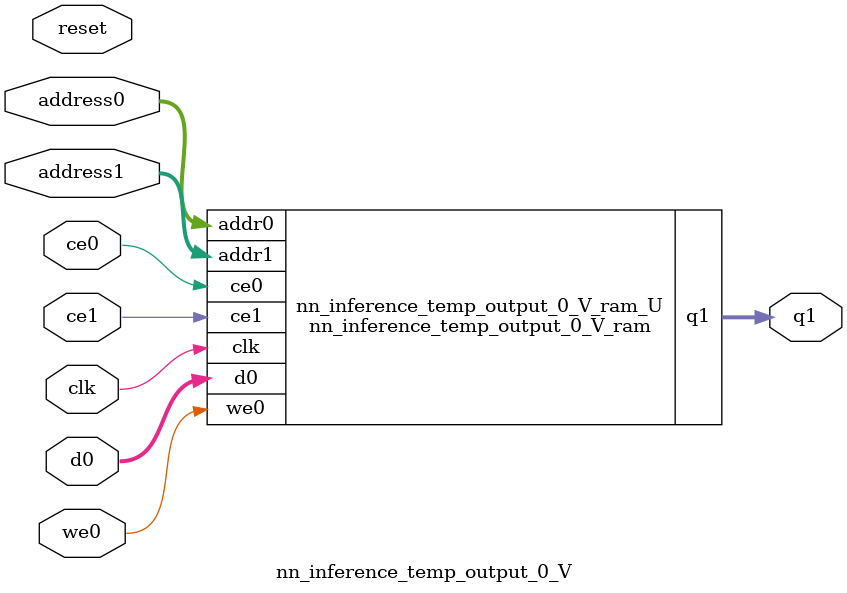
<source format=v>
`timescale 1 ns / 1 ps
module nn_inference_temp_output_0_V_ram (addr0, ce0, d0, we0, addr1, ce1, q1,  clk);

parameter DWIDTH = 32;
parameter AWIDTH = 7;
parameter MEM_SIZE = 80;

input[AWIDTH-1:0] addr0;
input ce0;
input[DWIDTH-1:0] d0;
input we0;
input[AWIDTH-1:0] addr1;
input ce1;
output reg[DWIDTH-1:0] q1;
input clk;

reg [DWIDTH-1:0] ram[0:MEM_SIZE-1];




always @(posedge clk)  
begin 
    if (ce0) begin
        if (we0) 
            ram[addr0] <= d0; 
    end
end


always @(posedge clk)  
begin 
    if (ce1) begin
        q1 <= ram[addr1];
    end
end


endmodule

`timescale 1 ns / 1 ps
module nn_inference_temp_output_0_V(
    reset,
    clk,
    address0,
    ce0,
    we0,
    d0,
    address1,
    ce1,
    q1);

parameter DataWidth = 32'd32;
parameter AddressRange = 32'd80;
parameter AddressWidth = 32'd7;
input reset;
input clk;
input[AddressWidth - 1:0] address0;
input ce0;
input we0;
input[DataWidth - 1:0] d0;
input[AddressWidth - 1:0] address1;
input ce1;
output[DataWidth - 1:0] q1;



nn_inference_temp_output_0_V_ram nn_inference_temp_output_0_V_ram_U(
    .clk( clk ),
    .addr0( address0 ),
    .ce0( ce0 ),
    .we0( we0 ),
    .d0( d0 ),
    .addr1( address1 ),
    .ce1( ce1 ),
    .q1( q1 ));

endmodule


</source>
